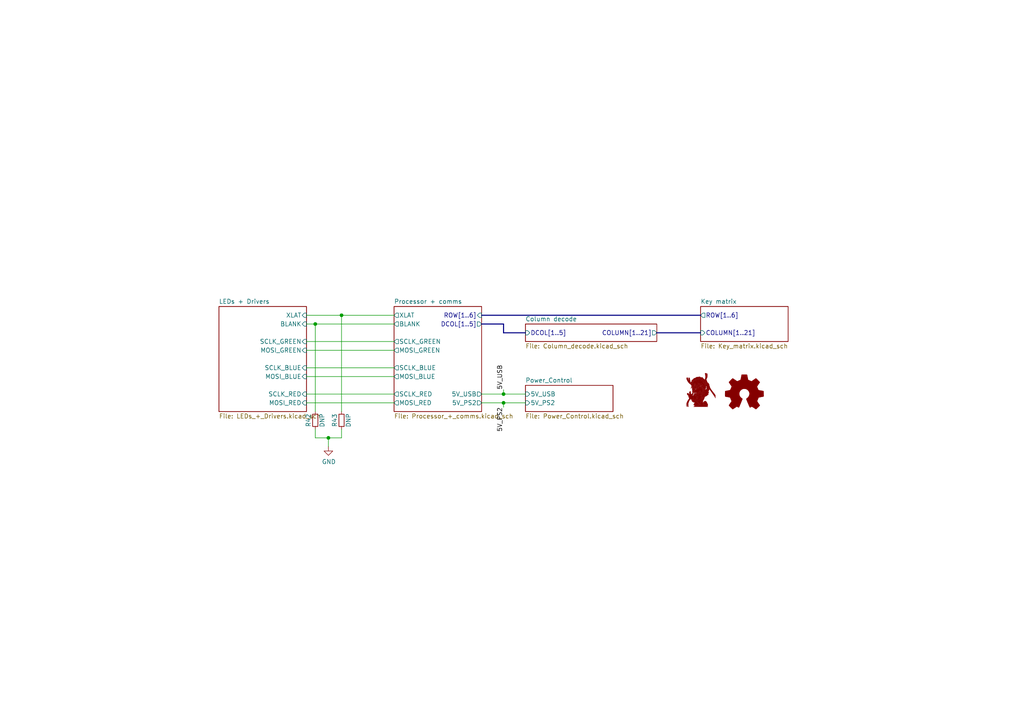
<source format=kicad_sch>
(kicad_sch (version 20211123) (generator eeschema)
  (paper "A4")
  (title_block (title "MXKeyboard top-level schematic") (rev "1") (company "Rachel Mant"))
  (lib_symbols
    (symbol "DX_MON:トール" (pin_names (offset 1.016)))
    (symbol "Device:R_Small" (pin_numbers hide) (pin_names (offset 0.254) hide)
      (property "Reference" "R" (at 0.762 0.508 0))
      (property "Value" "R_Small" (at 0.762 -1.016 0))
      (symbol "R_Small_1_1"
        (pin passive line (at 0 2.54 270) (length 0.762) (name "~") (number "1"))
        (pin passive line (at 0 -2.54 90) (length 0.762) (name "~") (number "2"))
      )
    )
    (symbol "Graphic:Logo_Open_Hardware_Small" (pin_names (offset 1.016)))
    (symbol "power:GND" (power) (pin_names (offset 0))
      (property "Value" "GND" (at 0 -3.81 0))
      (symbol "GND_1_1"
        (pin power_in line (at 0 0 270) (length 0) hide (name "GND") (number "1"))
      )
    )
  )
  (junction (at 95.25 127))
  (junction (at 91.44 93.98))
  (junction (at 146.05 114.3))
  (junction (at 99.06 91.44))
  (junction (at 146.05 116.84))
  (wire (pts (xy 88.9 91.44) (xy 99.06 91.44)))
  (wire (pts (xy 114.3 93.98) (xy 91.44 93.98)))
  (wire (pts (xy 146.05 116.84) (xy 139.7 116.84)))
  (wire (pts (xy 95.25 127) (xy 99.06 127)))
  (wire (pts (xy 99.06 119.38) (xy 99.06 91.44)))
  (wire (pts (xy 114.3 109.22) (xy 88.9 109.22)))
  (wire (pts (xy 91.44 93.98) (xy 88.9 93.98)))
  (wire (pts (xy 95.25 127) (xy 95.25 129.54)))
  (wire (pts (xy 91.44 124.46) (xy 91.44 127)))
  (wire (pts (xy 146.05 113.03) (xy 146.05 114.3)))
  (wire (pts (xy 146.05 116.84) (xy 146.05 118.11)))
  (wire (pts (xy 114.3 101.6) (xy 88.9 101.6)))
  (bus (pts (xy 190.5 96.52) (xy 203.2 96.52)))
  (wire (pts (xy 146.05 114.3) (xy 152.4 114.3)))
  (wire (pts (xy 88.9 99.06) (xy 114.3 99.06)))
  (wire (pts (xy 91.44 127) (xy 95.25 127)))
  (bus (pts (xy 146.05 96.52) (xy 152.4 96.52)))
  (wire (pts (xy 139.7 114.3) (xy 146.05 114.3)))
  (wire (pts (xy 91.44 119.38) (xy 91.44 93.98)))
  (wire (pts (xy 88.9 106.68) (xy 114.3 106.68)))
  (bus (pts (xy 146.05 93.98) (xy 146.05 96.52)))
  (wire (pts (xy 152.4 116.84) (xy 146.05 116.84)))
  (bus (pts (xy 139.7 93.98) (xy 146.05 93.98)))
  (wire (pts (xy 114.3 116.84) (xy 88.9 116.84)))
  (wire (pts (xy 99.06 127) (xy 99.06 124.46)))
  (wire (pts (xy 88.9 114.3) (xy 114.3 114.3)))
  (wire (pts (xy 99.06 91.44) (xy 114.3 91.44)))
  (bus (pts (xy 203.2 91.44) (xy 139.7 91.44)))
  (label "5V_PS2" (at 146.05 118.11 270))
  (label "5V_USB" (at 146.05 113.03 90))
  (symbol (lib_id "Device:R_Small") (at 91.44 121.92 0) (mirror x) (unit 1)
    (property "Reference" "R42" (at 90.17 121.92 90) (effects (justify bottom)))
    (property "Value" "DNP" (at 92.71 121.92 90) (effects (justify top)))
    (property "Footprint" "rhais_rcl:R0603" (effects hide))
  )
  (symbol (lib_id "Device:R_Small") (at 99.06 121.92 0) (unit 1)
    (property "Reference" "R43" (at 97.79 121.92 90) (effects (justify bottom)))
    (property "Value" "DNP" (at 100.33 121.92 90) (effects (justify top)))
    (property "Footprint" "rhais_rcl:R0603" (effects hide))
  )
  (symbol (lib_id "power:GND") (at 95.25 129.54 0) (unit 1)
    (property "Reference" "#PWR070" (effects hide))
    (property "Value" "GND" (at 95.377 133.9342 0))
  )
  (symbol (lib_id "DX_MON:トール") (at 203.2 113.03 0) (unit 1)
    (property "Reference" "DRG1" (effects hide))
    (property "Value" "トール" (effects hide))
    (property "Footprint" "トール:トール-34.3x39.5" (effects hide))
  )
  (symbol (lib_id "Graphic:Logo_Open_Hardware_Small") (at 215.9 114.3 0) (unit 1)
    (property "Reference" "LOGO1" (effects hide))
    (property "Value" "Logo_Open_Hardware_Small" (effects hide))
    (property "Footprint" "Symbol:OSHW-Logo_11.4x12mm_SilkScreen" (effects hide))
  )
  (sheet (at 203.2 88.9) (size 25.4 10.16)
    (property "Sheet name" "Key matrix" (at 203.2 88.1884 0) (effects (justify left bottom)))
    (property "Sheet file" "Key_matrix.kicad_sch" (at 203.2 99.6446 0) (effects (justify left top)))
    (pin "COLUMN[1..21]" input (at 203.2 96.52 180))
    (pin "ROW[1..6]" output (at 203.2 91.44 180))
  )
  (sheet (at 63.5 88.9) (size 25.4 30.48)
    (property "Sheet name" "LEDs + Drivers" (at 63.5 88.1884 0) (effects (justify left bottom)))
    (property "Sheet file" "LEDs_+_Drivers.kicad_sch" (at 63.5 119.9646 0) (effects (justify left top)))
    (pin "MOSI_GREEN" input (at 88.9 101.6 0))
    (pin "XLAT" input (at 88.9 91.44 0))
    (pin "BLANK" input (at 88.9 93.98 0))
    (pin "SCLK_GREEN" input (at 88.9 99.06 0))
    (pin "MOSI_BLUE" input (at 88.9 109.22 0))
    (pin "MOSI_RED" input (at 88.9 116.84 0))
    (pin "SCLK_BLUE" input (at 88.9 106.68 0))
    (pin "SCLK_RED" input (at 88.9 114.3 0))
  )
  (sheet (at 114.3 88.9) (size 25.4 30.48)
    (property "Sheet name" "Processor + comms" (at 114.3 88.1884 0) (effects (justify left bottom)))
    (property "Sheet file" "Processor_+_comms.kicad_sch" (at 114.3 119.9646 0) (effects (justify left top)))
    (pin "SCLK_GREEN" output (at 114.3 99.06 180))
    (pin "MOSI_GREEN" output (at 114.3 101.6 180))
    (pin "SCLK_BLUE" output (at 114.3 106.68 180))
    (pin "MOSI_BLUE" output (at 114.3 109.22 180))
    (pin "BLANK" output (at 114.3 93.98 180))
    (pin "XLAT" output (at 114.3 91.44 180))
    (pin "MOSI_RED" output (at 114.3 116.84 180))
    (pin "SCLK_RED" output (at 114.3 114.3 180))
    (pin "ROW[1..6]" input (at 139.7 91.44 0))
    (pin "DCOL[1..5]" output (at 139.7 93.98 0))
    (pin "5V_PS2" output (at 139.7 116.84 0))
    (pin "5V_USB" output (at 139.7 114.3 0))
  )
  (sheet (at 152.4 93.98) (size 38.1 5.08)
    (property "Sheet name" "Column decode" (at 152.4 93.2684 0) (effects (justify left bottom)))
    (property "Sheet file" "Column_decode.kicad_sch" (at 152.4 99.6446 0) (effects (justify left top)))
    (pin "COLUMN[1..21]" output (at 190.5 96.52 0))
    (pin "DCOL[1..5]" input (at 152.4 96.52 180))
  )
  (sheet (at 152.4 111.76) (size 25.4 7.62)
    (property "Sheet name" "Power_Control" (at 152.4 111.0484 0) (effects (justify left bottom)))
    (property "Sheet file" "Power_Control.kicad_sch" (at 152.4 119.9646 0) (effects (justify left top)))
    (pin "5V_PS2" input (at 152.4 116.84 180))
    (pin "5V_USB" input (at 152.4 114.3 180))
  )
)
</source>
